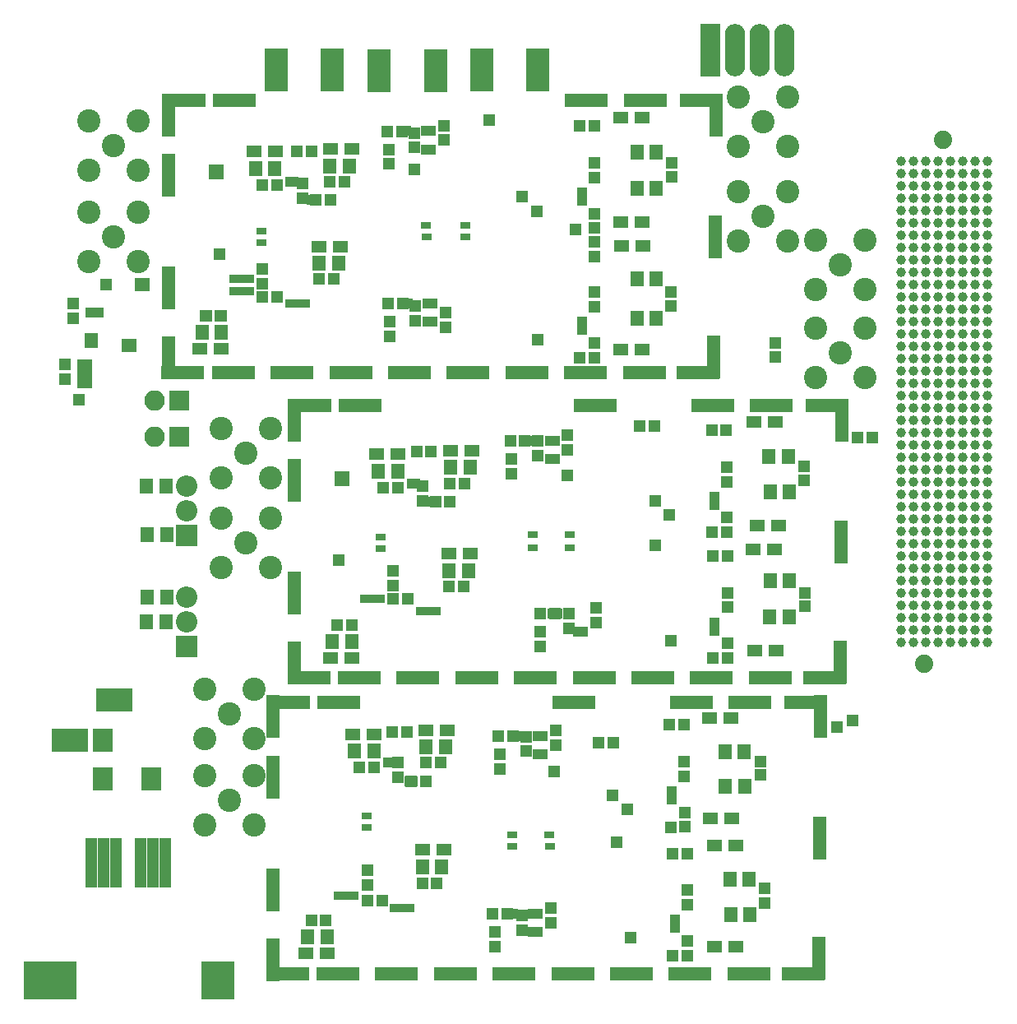
<source format=gbr>
G04 #@! TF.GenerationSoftware,KiCad,Pcbnew,(5.1.5-0-10_14)*
G04 #@! TF.CreationDate,2021-03-04T08:39:19-05:00*
G04 #@! TF.ProjectId,FEA,4645412e-6b69-4636-9164-5f7063625858,rev?*
G04 #@! TF.SameCoordinates,Original*
G04 #@! TF.FileFunction,Soldermask,Bot*
G04 #@! TF.FilePolarity,Negative*
%FSLAX46Y46*%
G04 Gerber Fmt 4.6, Leading zero omitted, Abs format (unit mm)*
G04 Created by KiCad (PCBNEW (5.1.5-0-10_14)) date 2021-03-04 08:39:19*
%MOMM*%
%LPD*%
G04 APERTURE LIST*
%ADD10R,1.000000X1.950000*%
%ADD11R,1.400000X1.650000*%
%ADD12R,1.460000X1.050000*%
%ADD13R,2.200000X2.200000*%
%ADD14O,2.200000X2.200000*%
%ADD15R,4.440000X1.400000*%
%ADD16R,1.400000X4.440000*%
%ADD17C,1.880000*%
%ADD18C,1.000000*%
%ADD19O,2.100000X2.100000*%
%ADD20R,2.100000X2.100000*%
%ADD21R,2.000000X2.400000*%
%ADD22C,2.400000*%
%ADD23R,2.400000X4.400000*%
%ADD24R,1.200000X1.200000*%
%ADD25R,1.150000X1.200000*%
%ADD26R,1.620000X1.050000*%
%ADD27R,2.100000X5.400000*%
%ADD28O,2.100000X5.400000*%
%ADD29R,1.200000X1.150000*%
%ADD30R,1.160000X5.150000*%
%ADD31R,3.400000X3.900000*%
%ADD32R,5.400000X3.900000*%
%ADD33R,1.650000X1.400000*%
%ADD34R,1.960000X1.050000*%
%ADD35R,1.500000X1.000000*%
%ADD36R,3.790000X2.360000*%
%ADD37R,1.060000X0.800000*%
%ADD38R,1.600000X1.300000*%
%ADD39R,1.600000X1.600000*%
%ADD40R,2.600000X0.900000*%
G04 APERTURE END LIST*
D10*
X75715000Y-105950000D03*
D11*
X81400000Y-118450000D03*
X83400000Y-118450000D03*
D12*
X48100000Y-106300000D03*
X45900000Y-104400000D03*
D13*
X35000000Y-152250000D03*
D14*
X35000000Y-149710000D03*
X35000000Y-147170000D03*
X35000000Y-135770000D03*
X35000000Y-138310000D03*
D13*
X35000000Y-140850000D03*
D15*
X82140000Y-124045000D03*
X76095000Y-124045000D03*
X70050000Y-124045000D03*
X64005000Y-124045000D03*
X57960000Y-124045000D03*
X51915000Y-124045000D03*
X45870000Y-124045000D03*
X39825000Y-124045000D03*
X82240000Y-96075000D03*
X76195000Y-96075000D03*
D16*
X33125000Y-115375000D03*
X89475000Y-110075000D03*
D15*
X88025000Y-96075000D03*
D16*
X89525000Y-97575000D03*
D15*
X87725000Y-124075000D03*
D16*
X89325000Y-122475000D03*
X33125000Y-122575000D03*
D15*
X34625000Y-124075000D03*
X34725000Y-96075000D03*
D16*
X33125000Y-97575000D03*
X33125000Y-103775000D03*
D15*
X39925000Y-96075000D03*
D17*
X110925000Y-154025000D03*
X112925000Y-100125000D03*
D18*
X117515000Y-102295000D03*
X116245000Y-102295000D03*
X114975000Y-102295000D03*
X113705000Y-102295000D03*
X112435000Y-102295000D03*
X111165000Y-102295000D03*
X109895000Y-102295000D03*
X108625000Y-102295000D03*
X117515000Y-103565000D03*
X116245000Y-103565000D03*
X114975000Y-103565000D03*
X113705000Y-103565000D03*
X112435000Y-103565000D03*
X111165000Y-103565000D03*
X109895000Y-103565000D03*
X108625000Y-103565000D03*
X117515000Y-104835000D03*
X116245000Y-104835000D03*
X114975000Y-104835000D03*
X113705000Y-104835000D03*
X112435000Y-104835000D03*
X111165000Y-104835000D03*
X109895000Y-104835000D03*
X108625000Y-104835000D03*
X117515000Y-106105000D03*
X116245000Y-106105000D03*
X114975000Y-106105000D03*
X113705000Y-106105000D03*
X112435000Y-106105000D03*
X111165000Y-106105000D03*
X109895000Y-106105000D03*
X108625000Y-106105000D03*
X117515000Y-107375000D03*
X116245000Y-107375000D03*
X114975000Y-107375000D03*
X113705000Y-107375000D03*
X112435000Y-107375000D03*
X111165000Y-107375000D03*
X109895000Y-107375000D03*
X108625000Y-107375000D03*
X117515000Y-108645000D03*
X116245000Y-108645000D03*
X114975000Y-108645000D03*
X113705000Y-108645000D03*
X112435000Y-108645000D03*
X111165000Y-108645000D03*
X109895000Y-108645000D03*
X108625000Y-108645000D03*
X117515000Y-109915000D03*
X116245000Y-109915000D03*
X114975000Y-109915000D03*
X113705000Y-109915000D03*
X112435000Y-109915000D03*
X111165000Y-109915000D03*
X109895000Y-109915000D03*
X108625000Y-109915000D03*
X117515000Y-111185000D03*
X116245000Y-111185000D03*
X114975000Y-111185000D03*
X113705000Y-111185000D03*
X112435000Y-111185000D03*
X111165000Y-111185000D03*
X109895000Y-111185000D03*
X108625000Y-111185000D03*
X117515000Y-112455000D03*
X116245000Y-112455000D03*
X114975000Y-112455000D03*
X113705000Y-112455000D03*
X112435000Y-112455000D03*
X111165000Y-112455000D03*
X109895000Y-112455000D03*
X108625000Y-112455000D03*
X117515000Y-113725000D03*
X116245000Y-113725000D03*
X114975000Y-113725000D03*
X113705000Y-113725000D03*
X112435000Y-113725000D03*
X111165000Y-113725000D03*
X109895000Y-113725000D03*
X108625000Y-113725000D03*
X117515000Y-114995000D03*
X116245000Y-114995000D03*
X114975000Y-114995000D03*
X113705000Y-114995000D03*
X112435000Y-114995000D03*
X111165000Y-114995000D03*
X109895000Y-114995000D03*
X108625000Y-114995000D03*
X117515000Y-116265000D03*
X116245000Y-116265000D03*
X114975000Y-116265000D03*
X113705000Y-116265000D03*
X112435000Y-116265000D03*
X111165000Y-116265000D03*
X109895000Y-116265000D03*
X108625000Y-116265000D03*
X117515000Y-117535000D03*
X116245000Y-117535000D03*
X114975000Y-117535000D03*
X113705000Y-117535000D03*
X112435000Y-117535000D03*
X111165000Y-117535000D03*
X109895000Y-117535000D03*
X108625000Y-117535000D03*
X117515000Y-118805000D03*
X116245000Y-118805000D03*
X114975000Y-118805000D03*
X113705000Y-118805000D03*
X112435000Y-118805000D03*
X111165000Y-118805000D03*
X109895000Y-118805000D03*
X108625000Y-118805000D03*
X117515000Y-120075000D03*
X116245000Y-120075000D03*
X114975000Y-120075000D03*
X113705000Y-120075000D03*
X112435000Y-120075000D03*
X111165000Y-120075000D03*
X109895000Y-120075000D03*
X108625000Y-120075000D03*
X117515000Y-121345000D03*
X116245000Y-121345000D03*
X114975000Y-121345000D03*
X113705000Y-121345000D03*
X112435000Y-121345000D03*
X111165000Y-121345000D03*
X109895000Y-121345000D03*
X108625000Y-121345000D03*
X117515000Y-122615000D03*
X116245000Y-122615000D03*
X114975000Y-122615000D03*
X113705000Y-122615000D03*
X112435000Y-122615000D03*
X111165000Y-122615000D03*
X109895000Y-122615000D03*
X108625000Y-122615000D03*
X117515000Y-123885000D03*
X116245000Y-123885000D03*
X114975000Y-123885000D03*
X113705000Y-123885000D03*
X112435000Y-123885000D03*
X111165000Y-123885000D03*
X109895000Y-123885000D03*
X108625000Y-123885000D03*
X117515000Y-125155000D03*
X116245000Y-125155000D03*
X114975000Y-125155000D03*
X113705000Y-125155000D03*
X112435000Y-125155000D03*
X111165000Y-125155000D03*
X109895000Y-125155000D03*
X108625000Y-125155000D03*
X117515000Y-126425000D03*
X116245000Y-126425000D03*
X114975000Y-126425000D03*
X113705000Y-126425000D03*
X112435000Y-126425000D03*
X111165000Y-126425000D03*
X109895000Y-126425000D03*
X108625000Y-126425000D03*
X117515000Y-127695000D03*
X116245000Y-127695000D03*
X114975000Y-127695000D03*
X113705000Y-127695000D03*
X112435000Y-127695000D03*
X111165000Y-127695000D03*
X109895000Y-127695000D03*
X108625000Y-127695000D03*
X117515000Y-128965000D03*
X116245000Y-128965000D03*
X114975000Y-128965000D03*
X113705000Y-128965000D03*
X112435000Y-128965000D03*
X111165000Y-128965000D03*
X109895000Y-128965000D03*
X108625000Y-128965000D03*
X117515000Y-130235000D03*
X116245000Y-130235000D03*
X114975000Y-130235000D03*
X113705000Y-130235000D03*
X112435000Y-130235000D03*
X111165000Y-130235000D03*
X109895000Y-130235000D03*
X108625000Y-130235000D03*
X117515000Y-131505000D03*
X116245000Y-131505000D03*
X114975000Y-131505000D03*
X113705000Y-131505000D03*
X112435000Y-131505000D03*
X111165000Y-131505000D03*
X109895000Y-131505000D03*
X108625000Y-131505000D03*
X117515000Y-132775000D03*
X116245000Y-132775000D03*
X114975000Y-132775000D03*
X113705000Y-132775000D03*
X112435000Y-132775000D03*
X111165000Y-132775000D03*
X109895000Y-132775000D03*
X108625000Y-132775000D03*
X117515000Y-134045000D03*
X116245000Y-134045000D03*
X114975000Y-134045000D03*
X113705000Y-134045000D03*
X112435000Y-134045000D03*
X111165000Y-134045000D03*
X109895000Y-134045000D03*
X108625000Y-134045000D03*
X117515000Y-135315000D03*
X116245000Y-135315000D03*
X114975000Y-135315000D03*
X113705000Y-135315000D03*
X112435000Y-135315000D03*
X111165000Y-135315000D03*
X109895000Y-135315000D03*
X108625000Y-135315000D03*
X117515000Y-136585000D03*
X116245000Y-136585000D03*
X114975000Y-136585000D03*
X113705000Y-136585000D03*
X112435000Y-136585000D03*
X111165000Y-136585000D03*
X109895000Y-136585000D03*
X108625000Y-136585000D03*
X117515000Y-137855000D03*
X116245000Y-137855000D03*
X114975000Y-137855000D03*
X113705000Y-137855000D03*
X112435000Y-137855000D03*
X111165000Y-137855000D03*
X109895000Y-137855000D03*
X108625000Y-137855000D03*
X117515000Y-139125000D03*
X116245000Y-139125000D03*
X114975000Y-139125000D03*
X113705000Y-139125000D03*
X112435000Y-139125000D03*
X111165000Y-139125000D03*
X109895000Y-139125000D03*
X108625000Y-139125000D03*
X117515000Y-140395000D03*
X116245000Y-140395000D03*
X114975000Y-140395000D03*
X113705000Y-140395000D03*
X112435000Y-140395000D03*
X111165000Y-140395000D03*
X109895000Y-140395000D03*
X108625000Y-140395000D03*
X117515000Y-141665000D03*
X116245000Y-141665000D03*
X114975000Y-141665000D03*
X113705000Y-141665000D03*
X112435000Y-141665000D03*
X111165000Y-141665000D03*
X109895000Y-141665000D03*
X108625000Y-141665000D03*
X117515000Y-142935000D03*
X116245000Y-142935000D03*
X114975000Y-142935000D03*
X113705000Y-142935000D03*
X112435000Y-142935000D03*
X111165000Y-142935000D03*
X109895000Y-142935000D03*
X108625000Y-142935000D03*
X117515000Y-144205000D03*
X116245000Y-144205000D03*
X114975000Y-144205000D03*
X113705000Y-144205000D03*
X112435000Y-144205000D03*
X111165000Y-144205000D03*
X109895000Y-144205000D03*
X108625000Y-144205000D03*
X117515000Y-145475000D03*
X116245000Y-145475000D03*
X114975000Y-145475000D03*
X113705000Y-145475000D03*
X112435000Y-145475000D03*
X111165000Y-145475000D03*
X109895000Y-145475000D03*
X108625000Y-145475000D03*
X117515000Y-146745000D03*
X116245000Y-146745000D03*
X114975000Y-146745000D03*
X113705000Y-146745000D03*
X112435000Y-146745000D03*
X111165000Y-146745000D03*
X109895000Y-146745000D03*
X108625000Y-146745000D03*
X117515000Y-148015000D03*
X116245000Y-148015000D03*
X114975000Y-148015000D03*
X113705000Y-148015000D03*
X112435000Y-148015000D03*
X111165000Y-148015000D03*
X109895000Y-148015000D03*
X108625000Y-148015000D03*
X117515000Y-149285000D03*
X116245000Y-149285000D03*
X114975000Y-149285000D03*
X113705000Y-149285000D03*
X112435000Y-149285000D03*
X111165000Y-149285000D03*
X109895000Y-149285000D03*
X108625000Y-149285000D03*
X117515000Y-150555000D03*
X116245000Y-150555000D03*
X114975000Y-150555000D03*
X113705000Y-150555000D03*
X112435000Y-150555000D03*
X111165000Y-150555000D03*
X109895000Y-150555000D03*
X108625000Y-150555000D03*
X117515000Y-151825000D03*
X116245000Y-151825000D03*
X114975000Y-151825000D03*
X113705000Y-151825000D03*
X112435000Y-151825000D03*
X111165000Y-151825000D03*
X109895000Y-151825000D03*
X108625000Y-151825000D03*
D19*
X31680000Y-127000000D03*
D20*
X34220000Y-127000000D03*
X34220000Y-130700000D03*
D19*
X31680000Y-130700000D03*
D21*
X26425000Y-161900000D03*
X26425000Y-165900000D03*
D22*
X27450000Y-110100000D03*
X29990000Y-107560000D03*
X24910000Y-107560000D03*
X24910000Y-112640000D03*
X29990000Y-112640000D03*
X27450000Y-100700000D03*
X29990000Y-98160000D03*
X24910000Y-98160000D03*
X24910000Y-103240000D03*
X29990000Y-103240000D03*
D23*
X60640000Y-92980000D03*
X54840000Y-92980000D03*
X44225000Y-92950000D03*
X50025000Y-92950000D03*
D24*
X23370000Y-118450000D03*
D25*
X23370000Y-116950000D03*
D22*
X43670000Y-144120000D03*
X38590000Y-144120000D03*
X38590000Y-139040000D03*
X43670000Y-139040000D03*
X41130000Y-141580000D03*
X41130000Y-132380000D03*
X43670000Y-129840000D03*
X38590000Y-129840000D03*
X38590000Y-134920000D03*
X43670000Y-134920000D03*
X39395000Y-168125000D03*
X41935000Y-165585000D03*
X36855000Y-165585000D03*
X36855000Y-170665000D03*
X41935000Y-170665000D03*
X41935000Y-161715000D03*
X36855000Y-161715000D03*
X36855000Y-156635000D03*
X41935000Y-156635000D03*
X39395000Y-159175000D03*
X94410000Y-98230000D03*
X96950000Y-95690000D03*
X91870000Y-95690000D03*
X91870000Y-100770000D03*
X96950000Y-100770000D03*
X96930000Y-110510000D03*
X91850000Y-110510000D03*
X91850000Y-105430000D03*
X96930000Y-105430000D03*
X94390000Y-107970000D03*
X104910000Y-115540000D03*
X99830000Y-115540000D03*
X99830000Y-110460000D03*
X104910000Y-110460000D03*
X102370000Y-113000000D03*
X102320000Y-122050000D03*
X104860000Y-119510000D03*
X99780000Y-119510000D03*
X99780000Y-124590000D03*
X104860000Y-124590000D03*
D25*
X22525000Y-124745000D03*
X22525000Y-123245000D03*
D26*
X24515000Y-123250000D03*
X24515000Y-124200000D03*
X24515000Y-125150000D03*
D23*
X65400000Y-92950000D03*
X71200000Y-92950000D03*
D27*
X88920000Y-90900000D03*
D28*
X91460000Y-90900000D03*
X94000000Y-90900000D03*
X96540000Y-90900000D03*
D29*
X23900000Y-126850000D03*
D30*
X25195000Y-174525000D03*
X26465000Y-174525000D03*
X27735000Y-174525000D03*
X30275000Y-174525000D03*
X31545000Y-174525000D03*
X32815000Y-174525000D03*
D31*
X38245000Y-186625000D03*
D32*
X20995000Y-186675000D03*
D33*
X29120000Y-121250000D03*
X30470000Y-115050000D03*
D11*
X32900000Y-149700000D03*
X30900000Y-149700000D03*
X32950000Y-140800000D03*
X30950000Y-140800000D03*
X30950000Y-147200000D03*
X32950000Y-147200000D03*
X30900000Y-135800000D03*
X32900000Y-135800000D03*
D29*
X26720000Y-115000000D03*
D34*
X25570000Y-117900000D03*
D11*
X25170000Y-120800000D03*
D25*
X61700000Y-117900000D03*
X61700000Y-119400000D03*
X61700000Y-119400000D03*
X61700000Y-117900000D03*
X55900000Y-118850000D03*
X55900000Y-120350000D03*
X55900000Y-120350000D03*
X55900000Y-118850000D03*
X61550000Y-100150000D03*
X61550000Y-98650000D03*
X61550000Y-100150000D03*
X61550000Y-98650000D03*
X55850000Y-102600000D03*
X55850000Y-101100000D03*
X55850000Y-102600000D03*
X55850000Y-101100000D03*
D35*
X60100000Y-118850000D03*
X57500000Y-116950000D03*
X60100000Y-116950000D03*
X59950000Y-99200000D03*
X57350000Y-99200000D03*
X59950000Y-101100000D03*
D29*
X95650000Y-121000000D03*
X95650000Y-122500000D03*
D25*
X105600000Y-130750000D03*
X104100000Y-130750000D03*
X101950000Y-160600000D03*
X103600000Y-159900000D03*
X58600000Y-117250000D03*
X58600000Y-118750000D03*
X58500000Y-99400000D03*
X58500000Y-100900000D03*
D29*
X55750000Y-116950000D03*
X57250000Y-116950000D03*
X58450000Y-103150000D03*
X55700000Y-99250000D03*
X57200000Y-99250000D03*
D36*
X27550000Y-157750000D03*
X23000000Y-161900000D03*
D11*
X38600000Y-119900000D03*
X36600000Y-119900000D03*
X51750000Y-102800000D03*
X49750000Y-102800000D03*
D29*
X38550000Y-118200000D03*
X37050000Y-118200000D03*
X49750000Y-104450000D03*
X51250000Y-104450000D03*
X37000000Y-118250000D03*
X38500000Y-118250000D03*
X51250000Y-104450000D03*
X49750000Y-104450000D03*
X47850000Y-101300000D03*
X46350000Y-101300000D03*
X48650000Y-114450000D03*
X50150000Y-114450000D03*
X44300000Y-104800000D03*
X42800000Y-104800000D03*
X50150000Y-114450000D03*
X48650000Y-114450000D03*
X42800000Y-104800000D03*
X44300000Y-104800000D03*
D11*
X44100000Y-103100000D03*
X42100000Y-103100000D03*
X50650000Y-112850000D03*
X48650000Y-112850000D03*
D37*
X42750000Y-110700000D03*
X42750000Y-109550000D03*
D38*
X38600000Y-121600000D03*
X36400000Y-121600000D03*
X52000000Y-101050000D03*
X49800000Y-101050000D03*
X50850000Y-111100000D03*
X48650000Y-111100000D03*
X42000000Y-101300000D03*
X44200000Y-101300000D03*
D29*
X38400000Y-111850000D03*
D25*
X42850000Y-113400000D03*
X42850000Y-114900000D03*
D29*
X48300000Y-106300000D03*
X49800000Y-106300000D03*
X44350000Y-116250000D03*
X42850000Y-116250000D03*
D25*
X47000000Y-104600000D03*
X47000000Y-106100000D03*
D39*
X38050000Y-103380000D03*
D40*
X40725000Y-114450000D03*
X40725000Y-115720000D03*
X46475000Y-116990000D03*
D25*
X84950000Y-102500000D03*
D11*
X83400000Y-114450000D03*
X81400000Y-114450000D03*
D25*
X77000000Y-112100000D03*
X77000000Y-110600000D03*
X77000000Y-110600000D03*
X77000000Y-112100000D03*
X84900000Y-115750000D03*
X84950000Y-103950000D03*
X77000000Y-117300000D03*
X77000000Y-115800000D03*
X84900000Y-117200000D03*
X77000000Y-121050000D03*
X77000000Y-122550000D03*
X75500000Y-122550000D03*
X77000000Y-122550000D03*
X77000000Y-121050000D03*
D11*
X83400000Y-101350000D03*
X81400000Y-101350000D03*
D29*
X75500000Y-98650000D03*
X77000000Y-98650000D03*
X77000000Y-98650000D03*
X75500000Y-98650000D03*
D25*
X77000000Y-102500000D03*
X77000000Y-104000000D03*
X77000000Y-109200000D03*
X77000000Y-107700000D03*
X77000000Y-107700000D03*
X77000000Y-109200000D03*
X75100000Y-109350000D03*
D11*
X81400000Y-105150000D03*
X83400000Y-105150000D03*
D38*
X82000000Y-111050000D03*
X79800000Y-111050000D03*
X79700000Y-121700000D03*
X81900000Y-121700000D03*
X79750000Y-97800000D03*
X81950000Y-97800000D03*
X81900000Y-108550000D03*
X79700000Y-108550000D03*
D29*
X71150000Y-120700000D03*
D25*
X66150000Y-98050000D03*
D29*
X71100000Y-107450000D03*
X69600000Y-105950000D03*
D10*
X75715000Y-119250000D03*
D37*
X63700000Y-108950000D03*
X59700000Y-108950000D03*
X63700000Y-110150000D03*
X59750000Y-110150000D03*
D21*
X31350000Y-165900000D03*
D11*
X52000000Y-151750000D03*
X50000000Y-151750000D03*
X62200000Y-133800000D03*
X64200000Y-133800000D03*
D29*
X52000000Y-150100000D03*
X50500000Y-150100000D03*
X62150000Y-135500000D03*
X63650000Y-135500000D03*
X50500000Y-150100000D03*
X52000000Y-150100000D03*
X62150000Y-135500000D03*
X63650000Y-135500000D03*
X58700000Y-132250000D03*
X60200000Y-132250000D03*
X62050000Y-146100000D03*
X63550000Y-146100000D03*
X55250000Y-135900000D03*
X56750000Y-135900000D03*
X63550000Y-146100000D03*
X62050000Y-146100000D03*
X55250000Y-135900000D03*
X56750000Y-135900000D03*
D11*
X54750000Y-134250000D03*
X56750000Y-134250000D03*
X64050000Y-144450000D03*
X62050000Y-144450000D03*
X97000000Y-132700000D03*
X95000000Y-132700000D03*
D29*
X90600000Y-130000000D03*
X89100000Y-130000000D03*
X89100000Y-130000000D03*
D25*
X98600000Y-133750000D03*
D11*
X95100000Y-145500000D03*
X97100000Y-145500000D03*
D29*
X89200000Y-143000000D03*
X90700000Y-143000000D03*
D25*
X90650000Y-135350000D03*
X90650000Y-133850000D03*
D29*
X90700000Y-143000000D03*
X89200000Y-143000000D03*
D25*
X98650000Y-146750000D03*
X98600000Y-135200000D03*
X90650000Y-139000000D03*
X90650000Y-140500000D03*
X90700000Y-146750000D03*
X90700000Y-148250000D03*
X89150000Y-140500000D03*
X90650000Y-140500000D03*
X90650000Y-139000000D03*
D11*
X95100000Y-136350000D03*
X97100000Y-136350000D03*
D25*
X98650000Y-148150000D03*
X90700000Y-153450000D03*
X90700000Y-151950000D03*
X89200000Y-153450000D03*
X90700000Y-151950000D03*
X90700000Y-153450000D03*
D11*
X97050000Y-149250000D03*
X95050000Y-149250000D03*
D25*
X74250000Y-132050000D03*
X74250000Y-130550000D03*
X74250000Y-132050000D03*
X74250000Y-130550000D03*
X77150000Y-148300000D03*
X77150000Y-149800000D03*
X77150000Y-149800000D03*
X77150000Y-148300000D03*
X68500000Y-134500000D03*
X68500000Y-133000000D03*
X68500000Y-134500000D03*
X68500000Y-133000000D03*
X71400000Y-152250000D03*
X71400000Y-150750000D03*
X71400000Y-150750000D03*
X71400000Y-152250000D03*
D37*
X55000000Y-142200000D03*
X55000000Y-141000000D03*
X70650000Y-140800000D03*
X70650000Y-142100000D03*
X74500000Y-140800000D03*
X74500000Y-142100000D03*
D38*
X52000000Y-153500000D03*
X49800000Y-153500000D03*
X62200000Y-132100000D03*
X64400000Y-132100000D03*
X62050000Y-142700000D03*
X64250000Y-142700000D03*
X56750000Y-132500000D03*
X54550000Y-132500000D03*
X93400000Y-129200000D03*
X95600000Y-129200000D03*
X93350000Y-142300000D03*
X95550000Y-142300000D03*
X93800000Y-139850000D03*
X96000000Y-139850000D03*
X93550000Y-152700000D03*
X95750000Y-152700000D03*
D15*
X52900000Y-127500000D03*
D16*
X46100000Y-135200000D03*
X46100000Y-129000000D03*
D15*
X47700000Y-127500000D03*
X47600000Y-155500000D03*
D16*
X46100000Y-154000000D03*
X102300000Y-153900000D03*
D15*
X100700000Y-155500000D03*
D16*
X102500000Y-129000000D03*
D15*
X101000000Y-127500000D03*
D16*
X102450000Y-141500000D03*
X46100000Y-146800000D03*
D15*
X77080000Y-127500000D03*
X89170000Y-127500000D03*
X95215000Y-127500000D03*
X52800000Y-155470000D03*
X58845000Y-155470000D03*
X64890000Y-155470000D03*
X70935000Y-155470000D03*
X76980000Y-155470000D03*
X83025000Y-155470000D03*
X89070000Y-155470000D03*
X95115000Y-155470000D03*
D29*
X50650000Y-143350000D03*
D25*
X56300000Y-146000000D03*
X56300000Y-144500000D03*
D29*
X60650000Y-137400000D03*
X62150000Y-137400000D03*
X57800000Y-147350000D03*
X56300000Y-147350000D03*
D25*
X59350000Y-137300000D03*
X59350000Y-135800000D03*
X81700000Y-129550000D03*
X83200000Y-129550000D03*
X83250000Y-141850000D03*
D29*
X84750000Y-138700000D03*
X83300000Y-137250000D03*
X84850000Y-151650000D03*
X74200000Y-134700000D03*
D25*
X71150000Y-132600000D03*
X71150000Y-131100000D03*
X74400000Y-150400000D03*
X74400000Y-148900000D03*
D29*
X68350000Y-131100000D03*
X69850000Y-131100000D03*
X71450000Y-148850000D03*
X72950000Y-148850000D03*
D39*
X51050000Y-134960000D03*
D40*
X54175000Y-147370000D03*
X59925000Y-148640000D03*
D12*
X58400000Y-135500000D03*
X60600000Y-137400000D03*
D10*
X89365000Y-137250000D03*
X89415000Y-150200000D03*
D35*
X72700000Y-133000000D03*
X70100000Y-131100000D03*
X72700000Y-131100000D03*
X72950000Y-148850000D03*
X75550000Y-150750000D03*
D11*
X49500000Y-182150000D03*
X47500000Y-182150000D03*
X59700000Y-162600000D03*
X61700000Y-162600000D03*
D29*
X49350000Y-180500000D03*
X47850000Y-180500000D03*
X59700000Y-164250000D03*
X61200000Y-164250000D03*
X47850000Y-180500000D03*
X49350000Y-180500000D03*
X56200000Y-161100000D03*
X57700000Y-161100000D03*
X52800000Y-164700000D03*
X54300000Y-164700000D03*
X60800000Y-176650000D03*
X59300000Y-176650000D03*
X52800000Y-164700000D03*
X54300000Y-164700000D03*
D11*
X52300000Y-163050000D03*
X54300000Y-163050000D03*
X61300000Y-174950000D03*
X59300000Y-174950000D03*
X92450000Y-163100000D03*
X90450000Y-163100000D03*
D29*
X86250000Y-160350000D03*
X84750000Y-160350000D03*
X84750000Y-160350000D03*
X86250000Y-160350000D03*
D25*
X94150000Y-164100000D03*
D11*
X90950000Y-176200000D03*
X92950000Y-176200000D03*
D29*
X85100000Y-173600000D03*
X86600000Y-173600000D03*
D25*
X86250000Y-165650000D03*
X86250000Y-164150000D03*
D29*
X86600000Y-173600000D03*
X85100000Y-173600000D03*
D25*
X94550000Y-177200000D03*
X94150000Y-165500000D03*
X86300000Y-170850000D03*
X86600000Y-177350000D03*
X86600000Y-178850000D03*
X84850000Y-170900000D03*
X86300000Y-170850000D03*
X86300000Y-169350000D03*
D11*
X90500000Y-166650000D03*
X92500000Y-166650000D03*
D25*
X94550000Y-178700000D03*
X86550000Y-184100000D03*
X86550000Y-182600000D03*
X85050000Y-184100000D03*
X86550000Y-182600000D03*
X86550000Y-184100000D03*
D11*
X93050000Y-179900000D03*
X91050000Y-179900000D03*
D25*
X73000000Y-162450000D03*
X73000000Y-160950000D03*
X73000000Y-160950000D03*
X73000000Y-162450000D03*
X72550000Y-179200000D03*
X72550000Y-180700000D03*
X72550000Y-179200000D03*
X72550000Y-180700000D03*
X67250000Y-163400000D03*
X67250000Y-164900000D03*
X67250000Y-164900000D03*
X67250000Y-163400000D03*
X66800000Y-181650000D03*
X66800000Y-183150000D03*
X66800000Y-181650000D03*
X66800000Y-183150000D03*
D37*
X53550000Y-170900000D03*
X53550000Y-169700000D03*
X72400000Y-171700000D03*
X68550000Y-172850000D03*
X68550000Y-171700000D03*
X72450000Y-172850000D03*
D38*
X49500000Y-183850000D03*
X47300000Y-183850000D03*
X59650000Y-160900000D03*
X61850000Y-160900000D03*
X59300000Y-173200000D03*
X61500000Y-173200000D03*
X54300000Y-161300000D03*
X52100000Y-161300000D03*
X88900000Y-159650000D03*
X91100000Y-159650000D03*
X89400000Y-172750000D03*
X91600000Y-172750000D03*
X88950000Y-170000000D03*
X91150000Y-170000000D03*
X89350000Y-183200000D03*
X91550000Y-183200000D03*
D15*
X50700000Y-158000000D03*
D16*
X43900000Y-165700000D03*
X43900000Y-159500000D03*
D15*
X45500000Y-158000000D03*
X45400000Y-186000000D03*
D16*
X43900000Y-184500000D03*
X100100000Y-184400000D03*
D15*
X98500000Y-186000000D03*
D16*
X100300000Y-159500000D03*
D15*
X98800000Y-158000000D03*
D16*
X100250000Y-172000000D03*
X43900000Y-177300000D03*
D15*
X74880000Y-158000000D03*
X86970000Y-158000000D03*
X93015000Y-158000000D03*
X50600000Y-185970000D03*
X56645000Y-185970000D03*
X62690000Y-185970000D03*
X68735000Y-185970000D03*
X74780000Y-185970000D03*
X80825000Y-185970000D03*
X86870000Y-185970000D03*
X92915000Y-185970000D03*
D25*
X53650000Y-175300000D03*
X53650000Y-176800000D03*
D29*
X59650000Y-166150000D03*
X58150000Y-166150000D03*
X55150000Y-178450000D03*
X53650000Y-178450000D03*
D25*
X56750000Y-165750000D03*
X56750000Y-164250000D03*
X77450000Y-162200000D03*
X78950000Y-162200000D03*
X79300000Y-172450000D03*
D29*
X80400000Y-169050000D03*
X78900000Y-167600000D03*
X80750000Y-182250000D03*
X72900000Y-165150000D03*
D25*
X70000000Y-163050000D03*
X70000000Y-161550000D03*
X69550000Y-181450000D03*
X69550000Y-179950000D03*
D29*
X67100000Y-161500000D03*
X68600000Y-161500000D03*
X66550000Y-179750000D03*
X68050000Y-179750000D03*
D40*
X51475000Y-177970000D03*
X57225000Y-179240000D03*
D12*
X55900000Y-164250000D03*
X58100000Y-166150000D03*
D10*
X84965000Y-167600000D03*
X85315000Y-180800000D03*
D35*
X71400000Y-161500000D03*
X68800000Y-161500000D03*
X71400000Y-163400000D03*
X70950000Y-181650000D03*
X68350000Y-179750000D03*
X70950000Y-179750000D03*
M02*

</source>
